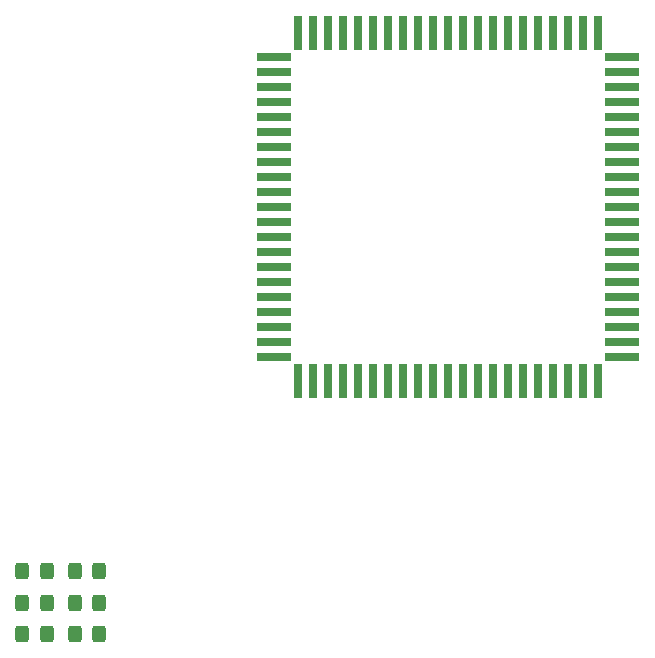
<source format=gbr>
G04 #@! TF.GenerationSoftware,KiCad,Pcbnew,6.0.9+dfsg-1*
G04 #@! TF.CreationDate,2022-12-29T14:55:31+02:00*
G04 #@! TF.ProjectId,ATF1502AS-EVB,41544631-3530-4324-9153-2d4556422e6b,rev?*
G04 #@! TF.SameCoordinates,PX2c9ce60PY9405110*
G04 #@! TF.FileFunction,Paste,Top*
G04 #@! TF.FilePolarity,Positive*
%FSLAX46Y46*%
G04 Gerber Fmt 4.6, Leading zero omitted, Abs format (unit mm)*
G04 Created by KiCad (PCBNEW 6.0.9+dfsg-1) date 2022-12-29 14:55:31*
%MOMM*%
%LPD*%
G01*
G04 APERTURE LIST*
G04 Aperture macros list*
%AMRoundRect*
0 Rectangle with rounded corners*
0 $1 Rounding radius*
0 $2 $3 $4 $5 $6 $7 $8 $9 X,Y pos of 4 corners*
0 Add a 4 corners polygon primitive as box body*
4,1,4,$2,$3,$4,$5,$6,$7,$8,$9,$2,$3,0*
0 Add four circle primitives for the rounded corners*
1,1,$1+$1,$2,$3*
1,1,$1+$1,$4,$5*
1,1,$1+$1,$6,$7*
1,1,$1+$1,$8,$9*
0 Add four rect primitives between the rounded corners*
20,1,$1+$1,$2,$3,$4,$5,0*
20,1,$1+$1,$4,$5,$6,$7,0*
20,1,$1+$1,$6,$7,$8,$9,0*
20,1,$1+$1,$8,$9,$2,$3,0*%
G04 Aperture macros list end*
%ADD10R,0.700000X2.925000*%
%ADD11R,2.925000X0.700000*%
%ADD12RoundRect,0.250000X0.325000X0.450000X-0.325000X0.450000X-0.325000X-0.450000X0.325000X-0.450000X0*%
%ADD13RoundRect,0.250000X-0.325000X-0.450000X0.325000X-0.450000X0.325000X0.450000X-0.325000X0.450000X0*%
G04 APERTURE END LIST*
D10*
X54490000Y69922500D03*
X55760000Y69922500D03*
X57030000Y69922500D03*
X58300000Y69922500D03*
X59570000Y69922500D03*
X60840000Y69922500D03*
X62110000Y69922500D03*
X63380000Y69922500D03*
X64650000Y69922500D03*
X65920000Y69922500D03*
D11*
X67932500Y67910000D03*
X67932500Y66640000D03*
X67932500Y65370000D03*
X67932500Y64100000D03*
X67932500Y62830000D03*
X67932500Y61560000D03*
X67932500Y60290000D03*
X67932500Y59020000D03*
X67932500Y57750000D03*
X67932500Y56480000D03*
X67932500Y55210000D03*
X67932500Y53940000D03*
X67932500Y52670000D03*
X67932500Y51400000D03*
X67932500Y50130000D03*
X67932500Y48860000D03*
X67932500Y47590000D03*
X67932500Y46320000D03*
X67932500Y45050000D03*
X67932500Y43780000D03*
X67932500Y42510000D03*
D10*
X65920000Y40497500D03*
X64650000Y40497500D03*
X63380000Y40497500D03*
X62110000Y40497500D03*
X60840000Y40497500D03*
X59570000Y40497500D03*
X58300000Y40497500D03*
X57030000Y40497500D03*
X55760000Y40497500D03*
X54490000Y40497500D03*
X53220000Y40497500D03*
X51950000Y40497500D03*
X50680000Y40497500D03*
X49410000Y40497500D03*
X48140000Y40497500D03*
X46870000Y40497500D03*
X45600000Y40497500D03*
X44330000Y40497500D03*
X43060000Y40497500D03*
X41790000Y40497500D03*
X40520000Y40497500D03*
D11*
X38507500Y42510000D03*
X38507500Y43780000D03*
X38507500Y45050000D03*
X38507500Y46320000D03*
X38507500Y47590000D03*
X38507500Y48860000D03*
X38507500Y50130000D03*
X38507500Y51400000D03*
X38507500Y52670000D03*
X38507500Y53940000D03*
X38507500Y55210000D03*
X38507500Y56480000D03*
X38507500Y57750000D03*
X38507500Y59020000D03*
X38507500Y60290000D03*
X38507500Y61560000D03*
X38507500Y62830000D03*
X38507500Y64100000D03*
X38507500Y65370000D03*
X38507500Y66640000D03*
X38507500Y67910000D03*
D10*
X40520000Y69922500D03*
X41790000Y69922500D03*
X43060000Y69922500D03*
X44330000Y69922500D03*
X45600000Y69922500D03*
X46870000Y69922500D03*
X48140000Y69922500D03*
X49410000Y69922500D03*
X50680000Y69922500D03*
X51950000Y69922500D03*
X53220000Y69922500D03*
D12*
X17165000Y21685000D03*
X19215000Y21685000D03*
X19215000Y19040000D03*
X17165000Y19040000D03*
X19215000Y24360000D03*
X17165000Y24360000D03*
D13*
X21595000Y19040000D03*
X23645000Y19040000D03*
X21595000Y24360000D03*
X23645000Y24360000D03*
X21595000Y21685000D03*
X23645000Y21685000D03*
M02*

</source>
